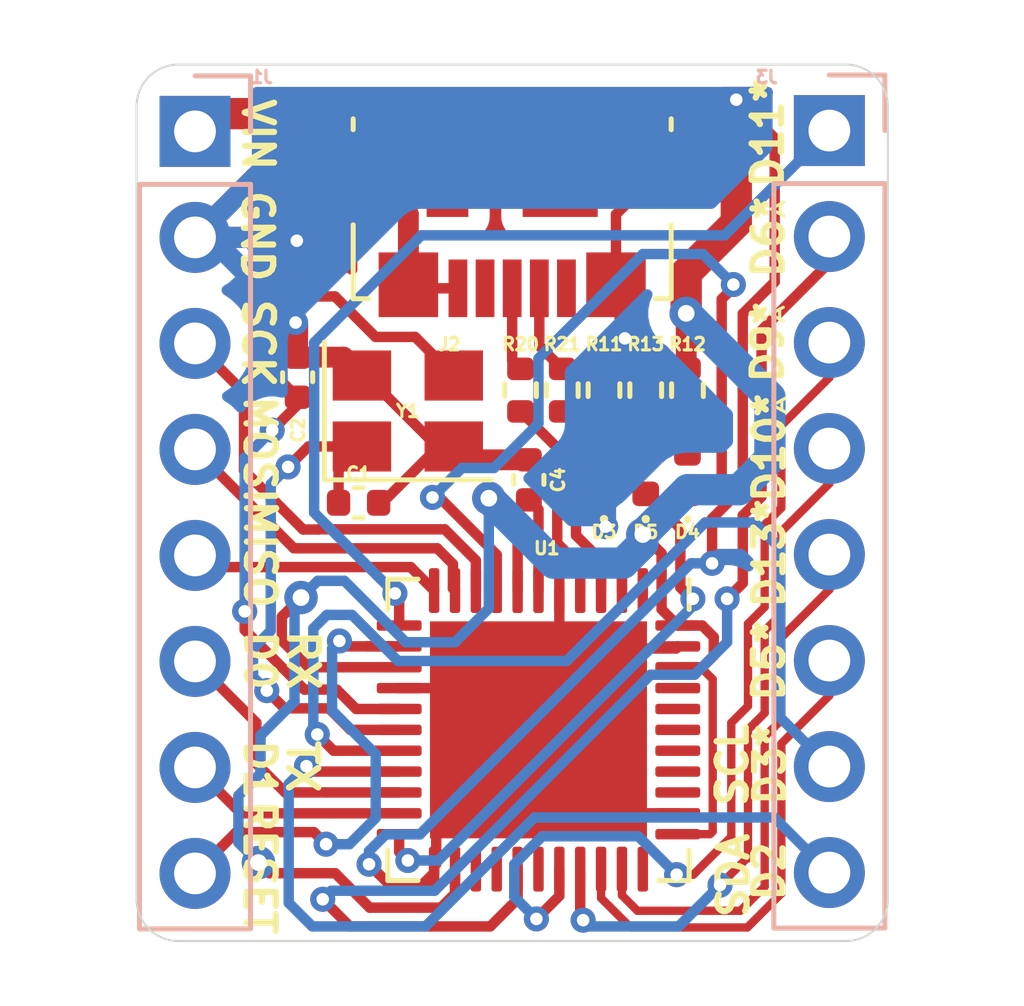
<source format=kicad_pcb>
(kicad_pcb (version 20211014) (generator pcbnew)
  (layers (0 "F.Cu" signal) (31 "B.Cu" signal) (34 "B.Paste" user) (35 "F.Paste" user) (36 "B.SilkS" user "B.Silkscreen") (37 "F.SilkS" user "F.Silkscreen") (38 "B.Mask" user) (39 "F.Mask" user) (44 "Edge.Cuts" user))
  (net 0 "")
  (net 1 "GND")
  (net 2 "Net-(C1-Pad1)")
  (net 3 "Net-(C2-Pad1)")
  (net 4 "+5V")
  (net 5 "Net-(C4-Pad1)")
  (net 6 "B-PWM5")
  (net 7 "B-PWM1")
  (net 8 "B-PWM4")
  (net 9 "B-PWM2")
  (net 10 "B-PWM6")
  (net 11 "B-PWM3")
  (net 12 "Net-(D3-Pad2)")
  (net 13 "Net-(D4-Pad2)")
  (net 14 "RX1LED")
  (net 15 "Net-(D5-Pad2)")
  (net 16 "TX1LED")
  (net 17 "Net-(J2-Pad3)")
  (net 18 "Net-(J2-Pad2)")
  (net 19 "SDA1")
  (net 20 "SCL1")
  (net 21 "MISO")
  (net 22 "MOSI")
  (net 23 "SCK")
  (net 24 "TX1")
  (net 25 "RX1")
  (net 26 "Net-(R20-Pad1)")
  (net 27 "Net-(R21-Pad1)")
  (net 28 "Net-(J1-Pad8)")
  (footprint "Capacitor_SMD:C_0402_1005Metric" (layer "F.Cu") (at 136.82 109.3)
    (fp_text reference "C1" (at 0 -0.7) (layer "F.SilkS") (effects (font (size 0.3 0.3) (thickness 0.075))))
    (fp_text value "22pf")
    (pad "1" smd roundrect locked (at -0.48 0) (size 0.56 0.62) (layers "F.Cu" "F.Paste" "F.Mask") (net 2 "Net-(C1-Pad1)"))
    (pad "2" smd roundrect locked (at 0.48 0) (size 0.56 0.62) (layers "F.Cu" "F.Paste" "F.Mask") (net 1 "GND"))
  )
  (footprint "Capacitor_SMD:C_0402_1005Metric" (layer "F.Cu") (at 135.36 106.29 90)
    (fp_text reference "C2" (at -1.27 0.01 90) (layer "F.SilkS") (effects (font (size 0.3 0.3) (thickness 0.075))))
    (fp_text value "22pf")
    (pad "1" smd roundrect locked (at -0.48 0 90) (size 0.56 0.62) (layers "F.Cu" "F.Paste" "F.Mask") (net 3 "Net-(C2-Pad1)"))
    (pad "2" smd roundrect locked (at 0.48 0 90) (size 0.56 0.62) (layers "F.Cu" "F.Paste" "F.Mask") (net 1 "GND"))
  )
  (footprint "Capacitor_SMD:C_0402_1005Metric" (layer "F.Cu") (at 140.9 108.75 90)
    (fp_text reference "C4" (at 0 0.7 90) (layer "F.SilkS") (effects (font (size 0.3 0.3) (thickness 0.075))))
    (fp_text value "1uf")
    (pad "1" smd roundrect locked (at -0.48 0 90) (size 0.56 0.62) (layers "F.Cu" "F.Paste" "F.Mask") (net 5 "Net-(C4-Pad1)"))
    (pad "2" smd roundrect locked (at 0.48 0 90) (size 0.56 0.62) (layers "F.Cu" "F.Paste" "F.Mask") (net 1 "GND"))
  )
  (footprint "LED_SMD:LED_0402_1005Metric" (layer "F.Cu") (at 142.7 108.6 90)
    (fp_text reference "D3" (at -1.4 0 180) (layer "F.SilkS") (effects (font (size 0.3 0.3) (thickness 0.075))))
    (fp_text value "LED")
    (pad "1" smd roundrect locked (at -0.485 0 90) (size 0.59 0.64) (layers "F.Cu" "F.Paste" "F.Mask") (net 1 "GND"))
    (pad "2" smd roundrect locked (at 0.485 0 90) (size 0.59 0.64) (layers "F.Cu" "F.Paste" "F.Mask") (net 12 "Net-(D3-Pad2)"))
  )
  (footprint "LED_SMD:LED_0402_1005Metric" (layer "F.Cu") (at 144.7 108.6 90)
    (fp_text reference "D4" (at -1.4 0 180) (layer "F.SilkS") (effects (font (size 0.3 0.3) (thickness 0.075))))
    (fp_text value "LED")
    (pad "1" smd roundrect locked (at -0.485 0 90) (size 0.59 0.64) (layers "F.Cu" "F.Paste" "F.Mask") (net 14 "RX1LED"))
    (pad "2" smd roundrect locked (at 0.485 0 90) (size 0.59 0.64) (layers "F.Cu" "F.Paste" "F.Mask") (net 13 "Net-(D4-Pad2)"))
  )
  (footprint "LED_SMD:LED_0402_1005Metric" (layer "F.Cu") (at 143.7 108.6 90)
    (fp_text reference "D5" (at -1.4 0 180) (layer "F.SilkS") (effects (font (size 0.3 0.3) (thickness 0.075))))
    (fp_text value "LED")
    (pad "1" smd roundrect locked (at -0.485 0 90) (size 0.59 0.64) (layers "F.Cu" "F.Paste" "F.Mask") (net 16 "TX1LED"))
    (pad "2" smd roundrect locked (at 0.485 0 90) (size 0.59 0.64) (layers "F.Cu" "F.Paste" "F.Mask") (net 15 "Net-(D5-Pad2)"))
  )
  (footprint "Resistor_SMD:R_0402_1005Metric" (layer "F.Cu") (at 142.7 106.6 90)
    (fp_text reference "R11" (at 1.1 0 180) (layer "F.SilkS") (effects (font (size 0.3 0.3) (thickness 0.075))))
    (fp_text value "1k")
    (pad "1" smd roundrect locked (at -0.51 0 90) (size 0.54 0.64) (layers "F.Cu" "F.Paste" "F.Mask") (net 12 "Net-(D3-Pad2)"))
    (pad "2" smd roundrect locked (at 0.51 0 90) (size 0.54 0.64) (layers "F.Cu" "F.Paste" "F.Mask") (net 4 "+5V"))
  )
  (footprint "Resistor_SMD:R_0402_1005Metric" (layer "F.Cu") (at 144.7 106.6 90)
    (fp_text reference "R12" (at 1.1 0 180) (layer "F.SilkS") (effects (font (size 0.3 0.3) (thickness 0.075))))
    (fp_text value "1k")
    (pad "1" smd roundrect locked (at -0.51 0 90) (size 0.54 0.64) (layers "F.Cu" "F.Paste" "F.Mask") (net 13 "Net-(D4-Pad2)"))
    (pad "2" smd roundrect locked (at 0.51 0 90) (size 0.54 0.64) (layers "F.Cu" "F.Paste" "F.Mask") (net 4 "+5V"))
  )
  (footprint "Resistor_SMD:R_0402_1005Metric" (layer "F.Cu") (at 143.7 106.6 90)
    (fp_text reference "R13" (at 1.1 0) (layer "F.SilkS") (effects (font (size 0.3 0.3) (thickness 0.075))))
    (fp_text value "1k")
    (pad "1" smd roundrect locked (at -0.51 0 90) (size 0.54 0.64) (layers "F.Cu" "F.Paste" "F.Mask") (net 15 "Net-(D5-Pad2)"))
    (pad "2" smd roundrect locked (at 0.51 0 90) (size 0.54 0.64) (layers "F.Cu" "F.Paste" "F.Mask") (net 4 "+5V"))
  )
  (footprint "Resistor_SMD:R_0402_1005Metric" (layer "F.Cu") (at 140.7 106.6 90)
    (fp_text reference "R20" (at 1.1 0 180) (layer "F.SilkS") (effects (font (size 0.3 0.3) (thickness 0.075))))
    (fp_text value "22")
    (pad "1" smd roundrect locked (at -0.51 0 90) (size 0.54 0.64) (layers "F.Cu" "F.Paste" "F.Mask") (net 26 "Net-(R20-Pad1)"))
    (pad "2" smd roundrect locked (at 0.51 0 90) (size 0.54 0.64) (layers "F.Cu" "F.Paste" "F.Mask") (net 17 "Net-(J2-Pad3)"))
  )
  (footprint "Resistor_SMD:R_0402_1005Metric" (layer "F.Cu") (at 141.7 106.6 90)
    (fp_text reference "R21" (at 1.1 0 180) (layer "F.SilkS") (effects (font (size 0.3 0.3) (thickness 0.075))))
    (fp_text value "22")
    (pad "1" smd roundrect locked (at -0.51 0 90) (size 0.54 0.64) (layers "F.Cu" "F.Paste" "F.Mask") (net 27 "Net-(R21-Pad1)"))
    (pad "2" smd roundrect locked (at 0.51 0 90) (size 0.54 0.64) (layers "F.Cu" "F.Paste" "F.Mask") (net 18 "Net-(J2-Pad2)"))
  )
  (footprint "Crystal:Crystal_SMD_3225-4Pin_3.2x2.5mm" (layer "F.Cu") (at 138 107.1)
    (fp_text reference "Y1" (at 0 0) (layer "F.SilkS") (effects (font (size 0.3 0.3) (thickness 0.075))))
    (fp_text value "16MHz")
    (pad "1" smd rect locked (at -1.1 0.85) (size 1.4 1.2) (layers "F.Cu" "F.Paste" "F.Mask") (net 2 "Net-(C1-Pad1)"))
    (pad "2" smd rect locked (at 1.1 0.85) (size 1.4 1.2) (layers "F.Cu" "F.Paste" "F.Mask") (net 1 "GND"))
    (pad "3" smd rect locked (at 1.1 -0.85) (size 1.4 1.2) (layers "F.Cu" "F.Paste" "F.Mask") (net 3 "Net-(C2-Pad1)"))
    (pad "4" smd rect locked (at -1.1 -0.85) (size 1.4 1.2) (layers "F.Cu" "F.Paste" "F.Mask") (net 1 "GND"))
  )
  (footprint "Connector_USB:USB_Micro-B_Molex_47346-0001" (layer "F.Cu") (at 140.5 102.7 180)
    (fp_text reference "J2" (at 1.5 -2.8 180) (layer "F.SilkS") (effects (font (size 0.3 0.3) (thickness 0.075))))
    (fp_text value "USB_B_Micro")
    (pad "1" smd rect locked (at -1.3 -1.46 180) (size 0.45 1.38) (layers "F.Cu" "F.Paste" "F.Mask"))
    (pad "2" smd rect locked (at -0.65 -1.46 180) (size 0.45 1.38) (layers "F.Cu" "F.Paste" "F.Mask") (net 18 "Net-(J2-Pad2)"))
    (pad "3" smd rect locked (at 0 -1.46 180) (size 0.45 1.38) (layers "F.Cu" "F.Paste" "F.Mask") (net 17 "Net-(J2-Pad3)"))
    (pad "4" smd rect locked (at 0.65 -1.46 180) (size 0.45 1.38) (layers "F.Cu" "F.Paste" "F.Mask"))
    (pad "5" smd rect locked (at 1.3 -1.46 180) (size 0.45 1.38) (layers "F.Cu" "F.Paste" "F.Mask") (net 1 "GND"))
    (pad "6" smd rect locked (at -2.4875 -1.375 180) (size 1.425 1.55) (layers "F.Cu" "F.Paste" "F.Mask") (net 1 "GND"))
    (pad "6" smd rect locked (at -1.15 1.2 180) (size 1.8 1.9) (layers "F.Cu" "F.Paste" "F.Mask") (net 1 "GND"))
    (pad "6" smd rect locked (at -3.375 1.2 180) (size 1.65 1.3) (layers "F.Cu" "F.Paste" "F.Mask") (net 1 "GND"))
    (pad "6" smd rect locked (at 2.4875 -1.375 180) (size 1.425 1.55) (layers "F.Cu" "F.Paste" "F.Mask") (net 1 "GND"))
    (pad "6" smd rect locked (at 1.55 1.2 180) (size 1 1.9) (layers "F.Cu" "F.Paste" "F.Mask") (net 1 "GND"))
    (pad "6" smd rect locked (at 3.375 1.2 180) (size 1.65 1.3) (layers "F.Cu" "F.Paste" "F.Mask") (net 1 "GND"))
  )
  (footprint "Package_DFN_QFN:QFN-44-1EP_7x7mm_P0.5mm_EP5.2x5.2mm" (layer "F.Cu") (at 141.13 114.74 -90)
    (fp_text reference "U1" (at -4.35 -0.2 180) (layer "F.SilkS") (effects (font (size 0.3 0.3) (thickness 0.075))))
    (fp_text value "ATmega32U4-MU")
    (pad "1" smd roundrect locked (at -3.3375 -2.5 270) (size 1.075 0.25) (layers "F.Cu" "F.Paste" "F.Mask"))
    (pad "2" smd roundrect locked (at -3.3375 -2 270) (size 1.075 0.25) (layers "F.Cu" "F.Paste" "F.Mask") (net 4 "+5V"))
    (pad "3" smd roundrect locked (at -3.3375 -1.5 270) (size 1.075 0.25) (layers "F.Cu" "F.Paste" "F.Mask") (net 27 "Net-(R21-Pad1)"))
    (pad "4" smd roundrect locked (at -3.3375 -1 270) (size 1.075 0.25) (layers "F.Cu" "F.Paste" "F.Mask") (net 26 "Net-(R20-Pad1)"))
    (pad "5" smd roundrect locked (at -3.3375 -0.5 270) (size 1.075 0.25) (layers "F.Cu" "F.Paste" "F.Mask") (net 1 "GND"))
    (pad "6" smd roundrect locked (at -3.3375 0 270) (size 1.075 0.25) (layers "F.Cu" "F.Paste" "F.Mask") (net 5 "Net-(C4-Pad1)"))
    (pad "7" smd roundrect locked (at -3.3375 0.5 270) (size 1.075 0.25) (layers "F.Cu" "F.Paste" "F.Mask") (net 4 "+5V"))
    (pad "8" smd roundrect locked (at -3.3375 1 270) (size 1.075 0.25) (layers "F.Cu" "F.Paste" "F.Mask") (net 14 "RX1LED"))
    (pad "9" smd roundrect locked (at -3.3375 1.5 270) (size 1.075 0.25) (layers "F.Cu" "F.Paste" "F.Mask") (net 23 "SCK"))
    (pad "10" smd roundrect locked (at -3.3375 2 270) (size 1.075 0.25) (layers "F.Cu" "F.Paste" "F.Mask") (net 22 "MOSI"))
    (pad "11" smd roundrect locked (at -3.3375 2.5 270) (size 1.075 0.25) (layers "F.Cu" "F.Paste" "F.Mask") (net 21 "MISO"))
    (pad "12" smd roundrect locked (at -2.5 3.3375 270) (size 0.25 1.075) (layers "F.Cu" "F.Paste" "F.Mask") (net 6 "B-PWM5"))
    (pad "13" smd roundrect locked (at -2 3.3375 270) (size 0.25 1.075) (layers "F.Cu" "F.Paste" "F.Mask") (net 28 "Net-(J1-Pad8)"))
    (pad "14" smd roundrect locked (at -1.5 3.3375 270) (size 0.25 1.075) (layers "F.Cu" "F.Paste" "F.Mask") (net 4 "+5V"))
    (pad "15" smd roundrect locked (at -1 3.3375 270) (size 0.25 1.075) (layers "F.Cu" "F.Paste" "F.Mask") (net 1 "GND"))
    (pad "16" smd roundrect locked (at -0.5 3.3375 270) (size 0.25 1.075) (layers "F.Cu" "F.Paste" "F.Mask") (net 3 "Net-(C2-Pad1)"))
    (pad "17" smd roundrect locked (at 0 3.3375 270) (size 0.25 1.075) (layers "F.Cu" "F.Paste" "F.Mask") (net 2 "Net-(C1-Pad1)"))
    (pad "18" smd roundrect locked (at 0.5 3.3375 270) (size 0.25 1.075) (layers "F.Cu" "F.Paste" "F.Mask") (net 20 "SCL1"))
    (pad "19" smd roundrect locked (at 1 3.3375 270) (size 0.25 1.075) (layers "F.Cu" "F.Paste" "F.Mask") (net 19 "SDA1"))
    (pad "20" smd roundrect locked (at 1.5 3.3375 270) (size 0.25 1.075) (layers "F.Cu" "F.Paste" "F.Mask") (net 25 "RX1"))
    (pad "21" smd roundrect locked (at 2 3.3375 270) (size 0.25 1.075) (layers "F.Cu" "F.Paste" "F.Mask") (net 24 "TX1"))
    (pad "22" smd roundrect locked (at 2.5 3.3375 270) (size 0.25 1.075) (layers "F.Cu" "F.Paste" "F.Mask") (net 16 "TX1LED"))
    (pad "23" smd roundrect locked (at 3.3375 2.5 270) (size 1.075 0.25) (layers "F.Cu" "F.Paste" "F.Mask") (net 1 "GND"))
    (pad "24" smd roundrect locked (at 3.3375 2 270) (size 1.075 0.25) (layers "F.Cu" "F.Paste" "F.Mask") (net 4 "+5V"))
    (pad "25" smd roundrect locked (at 3.3375 1.5 270) (size 1.075 0.25) (layers "F.Cu" "F.Paste" "F.Mask"))
    (pad "26" smd roundrect locked (at 3.3375 1 270) (size 1.075 0.25) (layers "F.Cu" "F.Paste" "F.Mask"))
    (pad "27" smd roundrect locked (at 3.3375 0.5 270) (size 1.075 0.25) (layers "F.Cu" "F.Paste" "F.Mask") (net 9 "B-PWM2"))
    (pad "28" smd roundrect locked (at 3.3375 0 270) (size 1.075 0.25) (layers "F.Cu" "F.Paste" "F.Mask"))
    (pad "29" smd roundrect locked (at 3.3375 -0.5 270) (size 1.075 0.25) (layers "F.Cu" "F.Paste" "F.Mask") (net 11 "B-PWM3"))
    (pad "30" smd roundrect locked (at 3.3375 -1 270) (size 1.075 0.25) (layers "F.Cu" "F.Paste" "F.Mask") (net 8 "B-PWM4"))
    (pad "31" smd roundrect locked (at 3.3375 -1.5 270) (size 1.075 0.25) (layers "F.Cu" "F.Paste" "F.Mask") (net 7 "B-PWM1"))
    (pad "32" smd roundrect locked (at 3.3375 -2 270) (size 1.075 0.25) (layers "F.Cu" "F.Paste" "F.Mask") (net 10 "B-PWM6"))
    (pad "33" smd roundrect locked (at 3.3375 -2.5 270) (size 1.075 0.25) (layers "F.Cu" "F.Paste" "F.Mask"))
    (pad "34" smd roundrect locked (at 2.5 -3.3375 270) (size 0.25 1.075) (layers "F.Cu" "F.Paste" "F.Mask") (net 4 "+5V"))
    (pad "35" smd roundrect locked (at 2 -3.3375 270) (size 0.25 1.075) (layers "F.Cu" "F.Paste" "F.Mask") (net 1 "GND"))
    (pad "36" smd roundrect locked (at 1.5 -3.3375 270) (size 0.25 1.075) (layers "F.Cu" "F.Paste" "F.Mask"))
    (pad "37" smd roundrect locked (at 1 -3.3375 270) (size 0.25 1.075) (layers "F.Cu" "F.Paste" "F.Mask"))
    (pad "38" smd roundrect locked (at 0.5 -3.3375 270) (size 0.25 1.075) (layers "F.Cu" "F.Paste" "F.Mask"))
    (pad "39" smd roundrect locked (at 0 -3.3375 270) (size 0.25 1.075) (layers "F.Cu" "F.Paste" "F.Mask"))
    (pad "40" smd roundrect locked (at -0.5 -3.3375 270) (size 0.25 1.075) (layers "F.Cu" "F.Paste" "F.Mask"))
    (pad "41" smd roundrect locked (at -1 -3.3375 270) (size 0.25 1.075) (layers "F.Cu" "F.Paste" "F.Mask"))
    (pad "42" smd roundrect locked (at -1.5 -3.3375 270) (size 0.25 1.075) (layers "F.Cu" "F.Paste" "F.Mask") (net 4 "+5V"))
    (pad "43" smd roundrect locked (at -2 -3.3375 270) (size 0.25 1.075) (layers "F.Cu" "F.Paste" "F.Mask") (net 1 "GND"))
    (pad "44" smd roundrect locked (at -2.5 -3.3375 270) (size 0.25 1.075) (layers "F.Cu" "F.Paste" "F.Mask") (net 4 "+5V"))
    (pad "45" smd rect locked (at 0 0 270) (size 5.2 5.2) (layers "F.Cu" "F.Mask") (net 1 "GND"))
  )
  (footprint "Connector_PinHeader_2.54mm:PinHeader_1x08_P2.54mm_Vertical" (layer "B.Cu") (at 132.9 100.4 180)
    (fp_text reference "J1" (at -1.6 1.3) (layer "B.SilkS") (effects (font (size 0.3 0.3) (thickness 0.075)) (justify mirror)))
    (fp_text value "Conn_01x08")
    (pad "1" thru_hole rect locked (at 0 0 180) (size 1.7 1.7) (drill 1) (layers *.Cu *.Mask) (net 4 "+5V"))
    (pad "2" thru_hole oval locked (at 0 -2.54 180) (size 1.7 1.7) (drill 1) (layers *.Cu *.Mask) (net 1 "GND"))
    (pad "3" thru_hole oval locked (at 0 -5.08 180) (size 1.7 1.7) (drill 1) (layers *.Cu *.Mask) (net 23 "SCK"))
    (pad "4" thru_hole oval locked (at 0 -7.62 180) (size 1.7 1.7) (drill 1) (layers *.Cu *.Mask) (net 22 "MOSI"))
    (pad "5" thru_hole oval locked (at 0 -10.16 180) (size 1.7 1.7) (drill 1) (layers *.Cu *.Mask) (net 21 "MISO"))
    (pad "6" thru_hole oval locked (at 0 -12.7 180) (size 1.7 1.7) (drill 1) (layers *.Cu *.Mask) (net 25 "RX1"))
    (pad "7" thru_hole oval locked (at 0 -15.24 180) (size 1.7 1.7) (drill 1) (layers *.Cu *.Mask) (net 24 "TX1"))
    (pad "8" thru_hole oval locked (at 0 -17.78 180) (size 1.7 1.7) (drill 1) (layers *.Cu *.Mask) (net 28 "Net-(J1-Pad8)"))
  )
  (footprint "Connector_PinHeader_2.54mm:PinHeader_1x08_P2.54mm_Vertical" (layer "B.Cu") (at 148.1 100.38 180)
    (fp_text reference "J3" (at 1.5 1.28) (layer "B.SilkS") (effects (font (size 0.3 0.3) (thickness 0.075)) (justify mirror)))
    (fp_text value "Conn_01x08")
    (pad "1" thru_hole rect locked (at 0 0 180) (size 1.7 1.7) (drill 1) (layers *.Cu *.Mask) (net 6 "B-PWM5"))
    (pad "2" thru_hole oval locked (at 0 -2.54 180) (size 1.7 1.7) (drill 1) (layers *.Cu *.Mask) (net 9 "B-PWM2"))
    (pad "3" thru_hole oval locked (at 0 -5.08 180) (size 1.7 1.7) (drill 1) (layers *.Cu *.Mask) (net 11 "B-PWM3"))
    (pad "4" thru_hole oval locked (at 0 -7.62 180) (size 1.7 1.7) (drill 1) (layers *.Cu *.Mask) (net 8 "B-PWM4"))
    (pad "5" thru_hole oval locked (at 0 -10.16 180) (size 1.7 1.7) (drill 1) (layers *.Cu *.Mask) (net 10 "B-PWM6"))
    (pad "6" thru_hole oval locked (at 0 -12.7 180) (size 1.7 1.7) (drill 1) (layers *.Cu *.Mask) (net 7 "B-PWM1"))
    (pad "7" thru_hole oval locked (at 0 -15.24 180) (size 1.7 1.7) (drill 1) (layers *.Cu *.Mask) (net 20 "SCL1"))
    (pad "8" thru_hole oval locked (at 0 -17.78 180) (size 1.7 1.7) (drill 1) (layers *.Cu *.Mask) (net 19 "SDA1"))
  )
  (gr_line (start 148.5 98.8) (end 132.5 98.8) (layer "Edge.Cuts") (width 0.05))
  (gr_line (start 131.5 99.8) (end 131.5 118.8) (layer "Edge.Cuts") (width 0.05))
  (gr_arc (start 132.5 119.8) (mid 131.792893 119.507107) (end 131.5 118.8) (layer "Edge.Cuts") (width 0.05))
  (gr_arc (start 149.5 118.8) (mid 149.207107 119.507107) (end 148.5 119.8) (layer "Edge.Cuts") (width 0.05))
  (gr_line (start 132.5 119.8) (end 148.5 119.8) (layer "Edge.Cuts") (width 0.05))
  (gr_line (start 149.5 118.8) (end 149.5 99.8) (layer "Edge.Cuts") (width 0.05))
  (gr_arc (start 148.5 98.8) (mid 149.207107 99.092893) (end 149.5 99.8) (layer "Edge.Cuts") (width 0.05))
  (gr_arc (start 131.5 99.8) (mid 131.792893 99.092893) (end 132.5 98.8) (layer "Edge.Cuts") (width 0.05))
  (gr_text "D1" (at 134.45 115.69 -90) (layer "F.SilkS") (effects (font (size 0.7 0.7))))
  (gr_text "D13*" (at 146.66 110.51 90) (layer "F.SilkS") (effects (font (size 0.7 0.7))))
  (gr_text "D10*" (at 146.66 107.98 90) (layer "F.SilkS") (effects (font (size 0.7 0.7))))
  (gr_text "D11*" (at 146.62 100.44 90) (layer "F.SilkS") (effects (font (size 0.7 0.7))))
  (gr_text "A" (at 146.87 102.26 90) (layer "F.SilkS") (effects (font (size 0.3 0.5) (thickness 0.075))))
  (gr_text "GND" (at 134.39 102.91 -90) (layer "F.SilkS") (effects (font (size 0.7 0.7))))
  (gr_text "SCK" (at 134.41 105.48 -90) (layer "F.SilkS") (effects (font (size 0.7 0.7))))
  (gr_text "D3*" (at 146.68 115.57 90) (layer "F.SilkS") (effects (font (size 0.7 0.7))))
  (gr_text "MOSI" (at 134.45 108.03 -90) (layer "F.SilkS") (effects (font (size 0.7 0.7))))
  (gr_text "A" (at 146.86 104.78 90) (layer "F.SilkS") (effects (font (size 0.3 0.5) (thickness 0.075))))
  (gr_text "A" (at 146.91 106.96 90) (layer "F.SilkS") (effects (font (size 0.3 0.5) (thickness 0.075))))
  (gr_text "SCL" (at 145.78 115.58 90) (layer "F.SilkS") (effects (font (size 0.7 0.7))))
  (gr_text "RX" (at 135.49 113.07 -90) (layer "F.SilkS") (effects (font (size 0.7 0.7))))
  (gr_text "D9*" (at 146.62 105.45 90) (layer "F.SilkS") (effects (font (size 0.7 0.7))))
  (gr_text "SDA" (at 145.8 118.23 90) (layer "F.SilkS") (effects (font (size 0.7 0.7))))
  (gr_text "MISO" (at 134.46 110.53 -90) (layer "F.SilkS") (effects (font (size 0.7 0.7))))
  (gr_text "D0" (at 134.46 113.08 -90) (layer "F.SilkS") (effects (font (size 0.7 0.7))))
  (gr_text "D2" (at 146.66 118.13 90) (layer "F.SilkS") (effects (font (size 0.7 0.7))))
  (gr_text "RESET" (at 134.45 118.04 -90) (layer "F.SilkS") (effects (font (size 0.7 0.7))))
  (gr_text "D5*" (at 146.65 113.08 90) (layer "F.SilkS") (effects (font (size 0.7 0.7))))
  (gr_text "D6*" (at 146.64 102.93 90) (layer "F.SilkS") (effects (font (size 0.7 0.7))))
  (gr_text "VIN" (at 134.41 100.48 -90) (layer "F.SilkS") (effects (font (size 0.7 0.7))))
  (gr_text "TX" (at 135.47 115.62 -90) (layer "F.SilkS") (effects (font (size 0.7 0.7))))
  (segment (start 146.79 104.005002) (end 146.79 100.56) (width 0.25) (layer "F.Cu") (net 1))
  (segment (start 142.9875 102.3875) (end 143.875 101.5) (width 0.25) (layer "F.Cu") (net 1))
  (segment (start 135.3 105.75) (end 135.36 105.81) (width 0.25) (layer "F.Cu") (net 1))
  (segment (start 144.4675 116.74) (end 143.13 116.74) (width 0.25) (layer "F.Cu") (net 1))
  (segment (start 137.386998 109.3) (end 138.736998 107.95) (width 0.25) (layer "F.Cu") (net 1))
  (segment (start 142.74 109.87) (end 142.74 109.125) (width 0.25) (layer "F.Cu") (net 1))
  (segment (start 138.0125 102.3875) (end 137.125 101.5) (width 0.5) (layer "F.Cu") (net 1))
  (segment (start 136.9 106.25) (end 137 106.25) (width 0.25) (layer "F.Cu") (net 1))
  (segment (start 138.95 101.5) (end 137.125 101.5) (width 0.5) (layer "F.Cu") (net 1))
  (segment (start 138.7 107.95) (end 139.1 107.95) (width 0.25) (layer "F.Cu") (net 1))
  (segment (start 143.13 116.74) (end 141.13 114.74) (width 0.25) (layer "F.Cu") (net 1))
  (segment (start 138.300001 118.495001) (end 137.605001 118.495001) (width 0.25) (layer "F.Cu") (net 1))
  (segment (start 138.0975 104.16) (end 138.0125 104.075) (width 0.25) (layer "F.Cu") (net 1))
  (segment (start 136.46 105.81) (end 135.36 105.81) (width 0.5) (layer "F.Cu") (net 1))
  (segment (start 134.34 101.5) (end 132.9 102.94) (width 0.5) (layer "F.Cu") (net 1))
  (segment (start 144.4675 112.74) (end 144.4675 112.7525) (width 0.25) (layer "F.Cu") (net 1))
  (segment (start 142.9875 104.075) (end 142.9875 102.3875) (width 0.25) (layer "F.Cu") (net 1))
  (segment (start 141.65 101.5) (end 138.95 101.5) (width 0.5) (layer "F.Cu") (net 1))
  (segment (start 137 106.25) (end 138.7 107.95) (width 0.25) (layer "F.Cu") (net 1))
  (segment (start 143.875 101.5) (end 141.65 101.5) (width 0.5) (layer "F.Cu") (net 1))
  (segment (start 141.63 114.24) (end 141.13 114.74) (width 0.25) (layer "F.Cu") (net 1))
  (segment (start 144.43001 112.78999) (end 143.08001 112.78999) (width 0.25) (layer "F.Cu") (net 1))
  (segment (start 139.42 108.27) (end 139.1 107.95) (width 0.5) (layer "F.Cu") (net 1))
  (segment (start 143.2 104.2875) (end 142.9875 104.075) (width 0.5) (layer "F.Cu") (net 1))
  (segment (start 138.67999 117.19001) (end 141.13 114.74) (width 0.25) (layer "F.Cu") (net 1))
  (segment (start 135.36 105.81) (end 135.36 105.03) (width 0.5) (layer "F.Cu") (net 1))
  (segment (start 136.9 106.25) (end 136.46 105.81) (width 0.5) (layer "F.Cu") (net 1))
  (segment (start 138.67999 117.95001) (end 138.67999 117.19001) (width 0.25) (layer "F.Cu") (net 1))
  (segment (start 146.024979 104.770023) (end 146.79 104.005002) (width 0.25) (layer "F.Cu") (net 1))
  (segment (start 137.605001 118.495001) (end 137.07 117.96) (width 0.25) (layer "F.Cu") (net 1))
  (segment (start 135.36 105.03) (end 135.31 104.98) (width 0.5) (layer "F.Cu") (net 1))
  (segment (start 140.13 113.74) (end 141.13 114.74) (width 0.25) (layer "F.Cu") (net 1))
  (segment (start 141.63 111.4025) (end 141.63 114.24) (width 0.25) (layer "F.Cu") (net 1))
  (segment (start 138.736998 107.95) (end 139.1 107.95) (width 0.25) (layer "F.Cu") (net 1))
  (segment (start 142.74 109.125) (end 142.7 109.085) (width 0.25) (layer "F.Cu") (net 1))
  (segment (start 144.4675 112.7525) (end 144.43001 112.78999) (width 0.25) (layer "F.Cu") (net 1))
  (segment (start 137.7925 113.74) (end 140.13 113.74) (width 0.25) (layer "F.Cu") (net 1))
  (segment (start 142.68 109.105) (end 142.7 109.085) (width 0.25) (layer "F.Cu") (net 1))
  (segment (start 143.2 105.36) (end 143.2 104.2875) (width 0.5) (layer "F.Cu") (net 1))
  (segment (start 140.9 108.27) (end 139.42 108.27) (width 0.5) (layer "F.Cu") (net 1))
  (segment (start 138.63 118.0775) (end 138.63 118.165002) (width 0.25) (layer "F.Cu") (net 1))
  (segment (start 146.024979 108.941431) (end 146.024979 104.770023) (width 0.25) (layer "F.Cu") (net 1))
  (segment (start 137.125 101.5) (end 134.34 101.5) (width 0.5) (layer "F.Cu") (net 1))
  (segment (start 145.29 110.75) (end 145.29 109.67641) (width 0.25) (layer "F.Cu") (net 1))
  (segment (start 137.3 109.3) (end 137.386998 109.3) (width 0.25) (layer "F.Cu") (net 1))
  (segment (start 146.79 100.56) (end 145.87 99.64) (width 0.25) (layer "F.Cu") (net 1))
  (segment (start 143.08001 112.78999) (end 141.13 114.74) (width 0.25) (layer "F.Cu") (net 1))
  (segment (start 138.63 118) (end 138.67999 117.95001) (width 0.25) (layer "F.Cu") (net 1))
  (segment (start 139.2 104.16) (end 138.0975 104.16) (width 0.25) (layer "F.Cu") (net 1))
  (segment (start 138.0125 104.075) (end 138.0125 102.3875) (width 0.5) (layer "F.Cu") (net 1))
  (segment (start 138.63 118.0775) (end 138.63 118) (width 0.25) (layer "F.Cu") (net 1))
  (segment (start 138.63 118.165002) (end 138.300001 118.495001) (width 0.25) (layer "F.Cu") (net 1))
  (segment (start 145.29 109.67641) (end 146.024979 108.941431) (width 0.25) (layer "F.Cu") (net 1))
  (via (at 142.74 109.87) (size 0.6) (drill 0.3) (layers "F.Cu" "B.Cu") (net 1))
  (via (at 137.07 117.96) (size 0.6) (drill 0.3) (layers "F.Cu" "B.Cu") (net 1))
  (via (at 143.2 105.36) (size 0.6) (drill 0.3) (layers "F.Cu" "B.Cu") (net 1))
  (via (at 145.87 99.64) (size 0.6) (drill 0.3) (layers "F.Cu" "B.Cu") (net 1))
  (via (at 135.34 103.02) (size 0.6) (drill 0.3) (layers "F.Cu" "B.Cu") (net 1))
  (via (at 135.31 104.98) (size 0.6) (drill 0.3) (layers "F.Cu" "B.Cu") (net 1))
  (via (at 145.29 110.75) (size 0.6) (drill 0.3) (layers "F.Cu" "B.Cu") (net 1))
  (segment (start 133.27 102.94) (end 135.31 104.98) (width 0.5) (layer "B.Cu") (net 1))
  (segment (start 142.74 105.82) (end 143.2 105.36) (width 0.5) (layer "B.Cu") (net 1))
  (segment (start 137.07 117.96) (end 137.07 117.64641) (width 0.25) (layer "B.Cu") (net 1))
  (segment (start 144.781374 110.75) (end 138.286375 117.244999) (width 0.25) (layer "B.Cu") (net 1))
  (segment (start 138.286375 117.244999) (end 137.471411 117.244999) (width 0.25) (layer "B.Cu") (net 1))
  (segment (start 136.2 99.64) (end 132.9 102.94) (width 0.5) (layer "B.Cu") (net 1))
  (segment (start 132.9 102.94) (end 133.27 102.94) (width 0.5) (layer "B.Cu") (net 1))
  (segment (start 142.74 109.87) (end 142.74 105.82) (width 0.5) (layer "B.Cu") (net 1))
  (segment (start 145.29 110.75) (end 144.781374 110.75) (width 0.25) (layer "B.Cu") (net 1))
  (segment (start 137.471411 117.244999) (end 137.07 117.64641) (width 0.25) (layer "B.Cu") (net 1))
  (segment (start 145.87 99.64) (end 136.2 99.64) (width 0.5) (layer "B.Cu") (net 1))
  (segment (start 136.625002 114.74) (end 137.7925 114.74) (width 0.25) (layer "F.Cu") (net 2))
  (segment (start 136.110001 114.224999) (end 136.625002 114.74) (width 0.25) (layer "F.Cu") (net 2))
  (segment (start 136.9 107.95) (end 135.62 107.95) (width 0.25) (layer "F.Cu") (net 2))
  (segment (start 136.34 109.3) (end 136.34 108.51) (width 0.25) (layer "F.Cu") (net 2))
  (segment (start 136.34 108.51) (end 136.9 107.95) (width 0.25) (layer "F.Cu") (net 2))
  (segment (start 135.044999 114.224999) (end 136.110001 114.224999) (width 0.25) (layer "F.Cu") (net 2))
  (segment (start 135.62 107.95) (end 135.13 108.44) (width 0.25) (layer "F.Cu") (net 2))
  (segment (start 134.62 113.8) (end 135.044999 114.224999) (width 0.25) (layer "F.Cu") (net 2))
  (via (at 135.13 108.44) (size 0.6) (drill 0.3) (layers "F.Cu" "B.Cu") (net 2))
  (via (at 134.62 113.8) (size 0.6) (drill 0.3) (layers "F.Cu" "B.Cu") (net 2))
  (segment (start 134.715001 112.364999) (end 134.715001 108.854999) (width 0.25) (layer "B.Cu") (net 2))
  (segment (start 134.715001 108.854999) (end 135.13 108.44) (width 0.25) (layer "B.Cu") (net 2))
  (segment (start 134.62 113.8) (end 134.29 113.47) (width 0.25) (layer "B.Cu") (net 2))
  (segment (start 134.29 113.47) (end 134.29 112.79) (width 0.25) (layer "B.Cu") (net 2))
  (segment (start 134.29 112.79) (end 134.715001 112.364999) (width 0.25) (layer "B.Cu") (net 2))
  (segment (start 136.296401 113.774989) (end 135.519991 113.774989) (width 0.25) (layer "F.Cu") (net 3))
  (segment (start 135.39 106.8) (end 135.36 106.77) (width 0.25) (layer "F.Cu") (net 3))
  (segment (start 135.519991 113.774989) (end 134.09 112.344998) (width 0.25) (layer "F.Cu") (net 3))
  (segment (start 137.7925 114.24) (end 136.761412 114.24) (width 0.25) (layer "F.Cu") (net 3))
  (segment (start 136.761412 114.24) (end 136.296401 113.774989) (width 0.25) (layer "F.Cu") (net 3))
  (segment (start 137.224999 105.324999) (end 136.254999 104.354999) (width 0.25) (layer "F.Cu") (net 3))
  (segment (start 136.254999 104.354999) (end 135.009999 104.354999) (width 0.25) (layer "F.Cu") (net 3))
  (segment (start 135.352374 106.77) (end 134.33 105.747626) (width 0.25) (layer "F.Cu") (net 3))
  (segment (start 134.33 105.747626) (end 134.33 105.034998) (width 0.25) (layer "F.Cu") (net 3))
  (segment (start 139.1 106.25) (end 138.174999 105.324999) (width 0.25) (layer "F.Cu") (net 3))
  (segment (start 138.174999 105.324999) (end 137.224999 105.324999) (width 0.25) (layer "F.Cu") (net 3))
  (segment (start 135.36 106.95) (end 134.75 107.56) (width 0.25) (layer "F.Cu") (net 3))
  (segment (start 135.36 106.77) (end 135.352374 106.77) (width 0.25) (layer "F.Cu") (net 3))
  (segment (start 134.09 112.344998) (end 134.09 111.9) (width 0.25) (layer "F.Cu") (net 3))
  (segment (start 135.009999 104.354999) (end 134.33 105.034998) (width 0.25) (layer "F.Cu") (net 3))
  (segment (start 135.36 106.77) (end 135.36 106.95) (width 0.25) (layer "F.Cu") (net 3))
  (via (at 134.75 107.56) (size 0.6) (drill 0.3) (layers "F.Cu" "B.Cu") (net 3))
  (via (at 134.09 111.9) (size 0.6) (drill 0.3) (layers "F.Cu" "B.Cu") (net 3))
  (segment (start 134.09 108.22) (end 134.75 107.56) (width 0.25) (layer "B.Cu") (net 3))
  (segment (start 134.09 111.9) (end 134.09 108.22) (width 0.25) (layer "B.Cu") (net 3))
  (segment (start 144.67 104.76) (end 144.67 106.06) (width 0.5) (layer "F.Cu") (net 4))
  (segment (start 139.13 118.663022) (end 139.13 118.0775) (width 0.25) (layer "F.Cu") (net 4))
  (segment (start 145.053022 112.24) (end 144.4675 112.24) (width 0.25) (layer "F.Cu") (net 4))
  (segment (start 134.98 112.598588) (end 134.98 112.03) (width 0.25) (layer "F.Cu") (net 4))
  (segment (start 143.13 110.56) (end 143.63 110.06) (width 0.25) (layer "F.Cu") (net 4))
  (segment (start 145.33001 112.963012) (end 145.33001 112.516988) (width 0.25) (layer "F.Cu") (net 4))
  (segment (start 144.4675 112.24) (end 144.08001 111.85251) (width 0.25) (layer "F.Cu") (net 4))
  (segment (start 144.644999 99.974999) (end 133.325001 99.974999) (width 0.75) (layer "F.Cu") (net 4))
  (segment (start 144.08001 111.85251) (end 144.08001 110.51001) (width 0.25) (layer "F.Cu") (net 4))
  (segment (start 145.87 102.59) (end 145.87 101.2) (width 0.75) (layer "F.Cu") (net 4))
  (segment (start 137.7925 113.24) (end 135.621412 113.24) (width 0.25) (layer "F.Cu") (net 4))
  (segment (start 139.94 109.237626) (end 139.94 109.19) (width 0.25) (layer "F.Cu") (net 4))
  (segment (start 144.67 106.06) (end 144.7 106.09) (width 0.5) (layer "F.Cu") (net 4))
  (segment (start 142.720001 106.110001) (end 142.7 106.09) (width 0.5) (layer "F.Cu") (net 4))
  (segment (start 134.98 112.03) (end 135.44 111.57) (width 0.25) (layer "F.Cu") (net 4))
  (segment (start 144.679999 106.110001) (end 142.720001 106.110001) (width 0.5) (layer "F.Cu") (net 4))
  (segment (start 134.42 117.92) (end 134.674999 118.174999) (width 0.25) (layer "F.Cu") (net 4))
  (segment (start 145.017668 113.24) (end 144.4675 113.24) (width 0.2) (layer "F.Cu") (net 4))
  (segment (start 144.4675 113.24) (end 145.053022 113.24) (width 0.25) (layer "F.Cu") (net 4))
  (segment (start 137.084982 118.99998) (end 138.793042 118.99998) (width 0.25) (layer "F.Cu") (net 4))
  (segment (start 145.33001 112.516988) (end 145.053022 112.24) (width 0.25) (layer "F.Cu") (net 4))
  (segment (start 143.13 111.4025) (end 143.13 110.56) (width 0.25) (layer "F.Cu") (net 4))
  (segment (start 145.87 101.2) (end 144.644999 99.974999) (width 0.75) (layer "F.Cu") (net 4))
  (segment (start 140.63 111.4025) (end 140.63 109.927626) (width 0.25) (layer "F.Cu") (net 4))
  (segment (start 144.67 103.79) (end 145.87 102.59) (width 0.75) (layer "F.Cu") (net 4))
  (segment (start 135.621412 113.24) (end 134.98 112.598588) (width 0.25) (layer "F.Cu") (net 4))
  (segment (start 145.053022 113.24) (end 145.33001 112.963012) (width 0.25) (layer "F.Cu") (net 4))
  (segment (start 145.30501 117.17499) (end 145.30501 113.527342) (width 0.2) (layer "F.Cu") (net 4))
  (segment (start 145.30501 113.527342) (end 145.017668 113.24) (width 0.2) (layer "F.Cu") (net 4))
  (segment (start 144.67 104.76) (end 144.67 104.76) (width 0.5) (layer "F.Cu") (net 4))
  (segment (start 140.63 109.927626) (end 139.94 109.237626) (width 0.25) (layer "F.Cu") (net 4))
  (segment (start 134.674999 118.174999) (end 136.260001 118.174999) (width 0.25) (layer "F.Cu") (net 4))
  (segment (start 144.7 106.09) (end 144.679999 106.110001) (width 0.5) (layer "F.Cu") (net 4))
  (segment (start 138.793042 118.99998) (end 139.13 118.663022) (width 0.25) (layer "F.Cu") (net 4))
  (segment (start 136.260001 118.174999) (end 137.084982 118.99998) (width 0.25) (layer "F.Cu") (net 4))
  (segment (start 145.24 117.24) (end 145.30501 117.17499) (width 0.2) (layer "F.Cu") (net 4))
  (segment (start 144.08001 110.51001) (end 143.63 110.06) (width 0.25) (layer "F.Cu") (net 4))
  (segment (start 133.325001 99.974999) (end 132.9 100.4) (width 0.75) (layer "F.Cu") (net 4))
  (segment (start 144.67 104.76) (end 144.67 103.79) (width 0.75) (layer "F.Cu") (net 4))
  (segment (start 144.4675 117.24) (end 145.24 117.24) (width 0.2) (layer "F.Cu") (net 4))
  (via (at 134.42 117.92) (size 0.8) (drill 0.4) (layers "F.Cu" "B.Cu") (net 4))
  (via (at 135.44 111.57) (size 0.8) (drill 0.4) (layers "F.Cu" "B.Cu") (net 4))
  (via (at 143.63 110.06) (size 0.8) (drill 0.4) (layers "F.Cu" "B.Cu") (net 4))
  (via (at 139.94 109.19) (size 0.8) (drill 0.4) (layers "F.Cu" "B.Cu") (net 4))
  (via (at 144.67 104.76) (size 0.8) (drill 0.4) (layers "F.Cu" "B.Cu") (net 4))
  (segment (start 141.495001 110.745001) (end 143.160001 110.745001) (width 0.75) (layer "B.Cu") (net 4))
  (segment (start 137.951402 112.63999) (end 139.13001 112.63999) (width 0.25) (layer "B.Cu") (net 4))
  (segment (start 133.94 117.44) (end 133.94 116.314998) (width 0.25) (layer "B.Cu") (net 4))
  (segment (start 134.47 114.875002) (end 135.284989 114.060013) (width 0.25) (layer "B.Cu") (net 4))
  (segment (start 134.42 117.92) (end 133.94 117.44) (width 0.25) (layer "B.Cu") (net 4))
  (segment (start 135.839999 111.170001) (end 136.481413 111.170001) (width 0.25) (layer "B.Cu") (net 4))
  (segment (start 143.63 110.06) (end 144.704999 108.985001) (width 0.75) (layer "B.Cu") (net 4))
  (segment (start 143.63 110.275002) (end 143.63 110.06) (width 0.75) (layer "B.Cu") (net 4))
  (segment (start 134.47 115.784998) (end 134.47 114.875002) (width 0.25) (layer "B.Cu") (net 4))
  (segment (start 146.674999 106.764999) (end 144.67 104.76) (width 0.75) (layer "B.Cu") (net 4))
  (segment (start 135.284989 111.725011) (end 135.44 111.57) (width 0.25) (layer "B.Cu") (net 4))
  (segment (start 145.940001 108.985001) (end 146.674999 108.250003) (width 0.75) (layer "B.Cu") (net 4))
  (segment (start 144.704999 108.985001) (end 145.940001 108.985001) (width 0.75) (layer "B.Cu") (net 4))
  (segment (start 133.94 116.314998) (end 134.47 115.784998) (width 0.25) (layer "B.Cu") (net 4))
  (segment (start 136.481413 111.170001) (end 137.951402 112.63999) (width 0.25) (layer "B.Cu") (net 4))
  (segment (start 135.44 111.57) (end 135.839999 111.170001) (width 0.25) (layer "B.Cu") (net 4))
  (segment (start 139.94 111.83) (end 139.94 109.19) (width 0.25) (layer "B.Cu") (net 4))
  (segment (start 143.160001 110.745001) (end 143.63 110.275002) (width 0.75) (layer "B.Cu") (net 4))
  (segment (start 139.13001 112.63999) (end 139.94 111.83) (width 0.25) (layer "B.Cu") (net 4))
  (segment (start 139.94 109.19) (end 141.495001 110.745001) (width 0.75) (layer "B.Cu") (net 4))
  (segment (start 135.284989 114.060013) (end 135.284989 111.725011) (width 0.25) (layer "B.Cu") (net 4))
  (segment (start 146.674999 108.250003) (end 146.674999 106.764999) (width 0.75) (layer "B.Cu") (net 4))
  (segment (start 140.9 109.23) (end 141.13 109.46) (width 0.25) (layer "F.Cu") (net 5))
  (segment (start 141.13 109.46) (end 141.13 111.4025) (width 0.25) (layer "F.Cu") (net 5))
  (segment (start 137.7925 112.24) (end 137.7925 111.5725) (width 0.25) (layer "F.Cu") (net 6))
  (segment (start 137.7925 111.5725) (end 137.69 111.47) (width 0.25) (layer "F.Cu") (net 6))
  (via (at 137.69 111.47) (size 0.6) (drill 0.3) (layers "F.Cu" "B.Cu") (net 6))
  (segment (start 137.69 111.47) (end 135.755001 109.535001) (width 0.25) (layer "B.Cu") (net 6))
  (segment (start 135.755001 109.535001) (end 135.755001 105.460001) (width 0.25) (layer "B.Cu") (net 6))
  (segment (start 138.325002 102.89) (end 145.59 102.89) (width 0.25) (layer "B.Cu") (net 6))
  (segment (start 135.755001 105.460001) (end 138.325002 102.89) (width 0.25) (layer "B.Cu") (net 6))
  (segment (start 145.59 102.89) (end 148.1 100.38) (width 0.25) (layer "B.Cu") (net 6))
  (segment (start 146.13501 119.47499) (end 146.949999 118.660001) (width 0.2) (layer "F.Cu") (net 7))
  (segment (start 146.949999 115.067999) (end 148.1 113.917998) (width 0.2) (layer "F.Cu") (net 7))
  (segment (start 142.63 118.769642) (end 143.335348 119.47499) (width 0.2) (layer "F.Cu") (net 7))
  (segment (start 146.949999 118.660001) (end 146.949999 115.067999) (width 0.2) (layer "F.Cu") (net 7))
  (segment (start 148.1 113.917998) (end 148.1 113.08) (width 0.2) (layer "F.Cu") (net 7))
  (segment (start 143.335348 119.47499) (end 146.13501 119.47499) (width 0.2) (layer "F.Cu") (net 7))
  (segment (start 142.63 118.0775) (end 142.63 118.769642) (width 0.2) (layer "F.Cu") (net 7))
  (segment (start 148.1 108.837998) (end 148.1 108) (width 0.2) (layer "F.Cu") (net 8))
  (segment (start 146.549989 114.336611) (end 146.549989 112.36231) (width 0.2) (layer "F.Cu") (net 8))
  (segment (start 142.13 119.23) (end 142.2 119.3) (width 0.25) (layer "F.Cu") (net 8))
  (segment (start 146.149979 117.820021) (end 146.119979 117.820021) (width 0.2) (layer "F.Cu") (net 8))
  (segment (start 142.13 118.0775) (end 142.13 119.23) (width 0.25) (layer "F.Cu") (net 8))
  (segment (start 146.949999 111.9623) (end 146.949999 109.987999) (width 0.2) (layer "F.Cu") (net 8))
  (segment (start 146.549989 112.36231) (end 146.949999 111.9623) (width 0.2) (layer "F.Cu") (net 8))
  (segment (start 146.149979 117.820021) (end 146.149979 114.736621) (width 0.2) (layer "F.Cu") (net 8))
  (segment (start 146.149979 114.736621) (end 146.549989 114.336611) (width 0.2) (layer "F.Cu") (net 8))
  (segment (start 146.949999 109.987999) (end 148.1 108.837998) (width 0.2) (layer "F.Cu") (net 8))
  (segment (start 146.119979 117.820021) (end 145.48 118.46) (width 0.2) (layer "F.Cu") (net 8))
  (via (at 142.2 119.3) (size 0.6) (drill 0.3) (layers "F.Cu" "B.Cu") (net 8))
  (via (at 145.48 118.46) (size 0.6) (drill 0.3) (layers "F.Cu" "B.Cu") (net 8))
  (segment (start 142.2 119.33) (end 142.31999 119.44999) (width 0.25) (layer "B.Cu") (net 8))
  (segment (start 144.49001 119.44999) (end 145.48 118.46) (width 0.25) (layer "B.Cu") (net 8))
  (segment (start 142.31999 119.44999) (end 144.49001 119.44999) (width 0.25) (layer "B.Cu") (net 8))
  (segment (start 142.2 119.3) (end 142.2 119.33) (width 0.25) (layer "B.Cu") (net 8))
  (segment (start 148.1 103.54) (end 146.474989 105.165011) (width 0.25) (layer "F.Cu") (net 9))
  (segment (start 148.07 102.89) (end 148.1 102.92) (width 0.25) (layer "F.Cu") (net 9))
  (segment (start 135.96 118.8) (end 136.60999 119.44999) (width 0.25) (layer "F.Cu") (net 9))
  (segment (start 139.975008 119.44999) (end 140.63 118.794998) (width 0.25) (layer "F.Cu") (net 9))
  (segment (start 145.65 111.6) (end 145.65 111.47) (width 0.25) (layer "F.Cu") (net 9))
  (segment (start 146.02498 111.22502) (end 145.65 111.6) (width 0.25) (layer "F.Cu") (net 9))
  (segment (start 146.474989 109.153189) (end 146.024981 109.603197) (width 0.25) (layer "F.Cu") (net 9))
  (segment (start 146.474989 105.165011) (end 146.474989 109.153189) (width 0.25) (layer "F.Cu") (net 9))
  (segment (start 136.60999 119.44999) (end 139.975008 119.44999) (width 0.25) (layer "F.Cu") (net 9))
  (segment (start 146.024981 109.603197) (end 146.02498 111.22502) (width 0.25) (layer "F.Cu") (net 9))
  (segment (start 140.63 118.794998) (end 140.63 118.0775) (width 0.25) (layer "F.Cu") (net 9))
  (segment (start 148.1 102.92) (end 148.1 103.54) (width 0.25) (layer "F.Cu") (net 9))
  (via (at 145.65 111.6) (size 0.6) (drill 0.3) (layers "F.Cu" "B.Cu") (net 9))
  (via (at 135.96 118.8) (size 0.6) (drill 0.3) (layers "F.Cu" "B.Cu") (net 9))
  (segment (start 143.07 114.16718) (end 143.81718 113.42) (width 0.25) (layer "B.Cu") (net 9))
  (segment (start 143.07 114.17) (end 143.07 114.16718) (width 0.25) (layer "B.Cu") (net 9))
  (segment (start 144.87 113.42) (end 145.65 112.64) (width 0.25) (layer "B.Cu") (net 9))
  (segment (start 136.164999 118.595001) (end 135.96 118.8) (width 0.25) (layer "B.Cu") (net 9))
  (segment (start 145.65 112.64) (end 145.65 111.6) (width 0.25) (layer "B.Cu") (net 9))
  (segment (start 143.07 114.17) (end 143.06718 114.17) (width 0.25) (layer "B.Cu") (net 9))
  (segment (start 143.81718 113.42) (end 144.87 113.42) (width 0.25) (layer "B.Cu") (net 9))
  (segment (start 138.642179 118.595001) (end 136.164999 118.595001) (width 0.25) (layer "B.Cu") (net 9))
  (segment (start 143.06718 114.17) (end 138.642179 118.595001) (width 0.25) (layer "B.Cu") (net 9))
  (segment (start 143.13 118.703944) (end 143.501036 119.07498) (width 0.2) (layer "F.Cu") (net 10))
  (segment (start 146.949999 114.502301) (end 146.949999 112.527999) (width 0.2) (layer "F.Cu") (net 10))
  (segment (start 143.501036 119.07498) (end 145.969322 119.07498) (width 0.2) (layer "F.Cu") (net 10))
  (segment (start 148.1 111.377998) (end 148.1 110.54) (width 0.2) (layer "F.Cu") (net 10))
  (segment (start 143.13 118.0775) (end 143.13 118.703944) (width 0.2) (layer "F.Cu") (net 10))
  (segment (start 146.949999 112.527999) (end 148.1 111.377998) (width 0.2) (layer "F.Cu") (net 10))
  (segment (start 145.969322 119.07498) (end 146.549989 118.494313) (width 0.2) (layer "F.Cu") (net 10))
  (segment (start 146.549989 118.494313) (end 146.549989 114.90231) (width 0.2) (layer "F.Cu") (net 10))
  (segment (start 146.549989 114.90231) (end 146.949999 114.502301) (width 0.2) (layer "F.Cu") (net 10))
  (segment (start 146.149979 112.196621) (end 146.549989 111.796612) (width 0.2) (layer "F.Cu") (net 11))
  (segment (start 146.949999 109.4223) (end 146.949999 107.447999) (width 0.2) (layer "F.Cu") (net 11))
  (segment (start 145.749969 117.302029) (end 145.749969 114.570932) (width 0.2) (layer "F.Cu") (net 11))
  (segment (start 146.949999 107.447999) (end 148.1 106.297998) (width 0.2) (layer "F.Cu") (net 11))
  (segment (start 141.63 118.0775) (end 141.63 118.72) (width 0.25) (layer "F.Cu") (net 11))
  (segment (start 146.549989 109.82231) (end 146.949999 109.4223) (width 0.2) (layer "F.Cu") (net 11))
  (segment (start 144.44 118.21) (end 144.841998 118.21) (width 0.2) (layer "F.Cu") (net 11))
  (segment (start 141.63 118.72) (end 141.08 119.27) (width 0.25) (layer "F.Cu") (net 11))
  (segment (start 144.841998 118.21) (end 145.749969 117.302029) (width 0.2) (layer "F.Cu") (net 11))
  (segment (start 145.749969 114.570932) (end 146.149979 114.170922) (width 0.2) (layer "F.Cu") (net 11))
  (segment (start 148.1 106.297998) (end 148.1 105.46) (width 0.2) (layer "F.Cu") (net 11))
  (segment (start 146.149979 114.170922) (end 146.149979 112.196621) (width 0.2) (layer "F.Cu") (net 11))
  (segment (start 146.549989 111.796612) (end 146.549989 109.82231) (width 0.2) (layer "F.Cu") (net 11))
  (via (at 141.08 119.27) (size 0.6) (drill 0.3) (layers "F.Cu" "B.Cu") (net 11))
  (via (at 144.44 118.21) (size 0.6) (drill 0.3) (layers "F.Cu" "B.Cu") (net 11))
  (segment (start 141.22 117.29) (end 143.52 117.29) (width 0.25) (layer "B.Cu") (net 11))
  (segment (start 143.52 117.29) (end 144.44 118.21) (width 0.25) (layer "B.Cu") (net 11))
  (segment (start 140.55 117.96) (end 141.22 117.29) (width 0.25) (layer "B.Cu") (net 11))
  (segment (start 141.08 119.27) (end 140.55 118.74) (width 0.25) (layer "B.Cu") (net 11))
  (segment (start 140.55 118.74) (end 140.55 117.96) (width 0.25) (layer "B.Cu") (net 11))
  (segment (start 142.7 108.115) (end 142.7 107.11) (width 0.25) (layer "F.Cu") (net 12))
  (segment (start 144.7 107.11) (end 144.7 108.115) (width 0.25) (layer "F.Cu") (net 13))
  (segment (start 138.59 109.17) (end 138.755842 109.17) (width 0.25) (layer "F.Cu") (net 14))
  (segment (start 145.52 108.81) (end 145.52 104.42) (width 0.25) (layer "F.Cu") (net 14))
  (segment (start 145.245 109.085) (end 145.52 108.81) (width 0.25) (layer "F.Cu") (net 14))
  (segment (start 138.59 109.17) (end 138.59 109.17) (width 0.25) (layer "F.Cu") (net 14))
  (segment (start 138.755842 109.17) (end 140.13 110.544158) (width 0.25) (layer "F.Cu") (net 14))
  (segment (start 140.13 110.544158) (end 140.13 111.4025) (width 0.25) (layer "F.Cu") (net 14))
  (segment (start 145.52 104.42) (end 145.74 104.2) (width 0.25) (layer "F.Cu") (net 14))
  (segment (start 144.7 109.085) (end 145.245 109.085) (width 0.25) (layer "F.Cu") (net 14))
  (via (at 145.8 104.07) (size 0.6) (drill 0.3) (layers "F.Cu" "B.Cu") (net 14))
  (via (at 138.59 109.17) (size 0.6) (drill 0.3) (layers "F.Cu" "B.Cu") (net 14))
  (segment (start 139.295001 108.464999) (end 138.59 109.17) (width 0.25) (layer "B.Cu") (net 14))
  (segment (start 145.8 104.07) (end 145.07001 103.34001) (width 0.25) (layer "B.Cu") (net 14))
  (segment (start 143.62999 103.34001) (end 141.13 105.84) (width 0.25) (layer "B.Cu") (net 14))
  (segment (start 145.07001 103.34001) (end 143.62999 103.34001) (width 0.25) (layer "B.Cu") (net 14))
  (segment (start 140.065001 108.464999) (end 139.295001 108.464999) (width 0.25) (layer "B.Cu") (net 14))
  (segment (start 141.13 107.4) (end 140.065001 108.464999) (width 0.25) (layer "B.Cu") (net 14))
  (segment (start 141.13 105.84) (end 141.13 107.4) (width 0.25) (layer "B.Cu") (net 14))
  (segment (start 143.7 107.11) (end 143.7 108.115) (width 0.25) (layer "F.Cu") (net 15))
  (segment (start 143.7 109.085) (end 144.53002 109.91502) (width 0.25) (layer "F.Cu") (net 16))
  (segment (start 137.7925 117.24) (end 137.7925 117.6625) (width 0.25) (layer "F.Cu") (net 16))
  (segment (start 144.53002 109.91502) (end 144.53002 111.33002) (width 0.25) (layer "F.Cu") (net 16))
  (segment (start 144.53002 111.33002) (end 144.8 111.6) (width 0.25) (layer "F.Cu") (net 16))
  (segment (start 137.7925 117.6625) (end 138 117.87) (width 0.25) (layer "F.Cu") (net 16))
  (via (at 138 117.87) (size 0.6) (drill 0.3) (layers "F.Cu" "B.Cu") (net 16))
  (via (at 144.83 111.6) (size 0.6) (drill 0.3) (layers "F.Cu" "B.Cu") (net 16))
  (segment (start 138.73077 117.87) (end 144.83 111.77077) (width 0.25) (layer "B.Cu") (net 16))
  (segment (start 144.83 111.77077) (end 144.83 111.6) (width 0.25) (layer "B.Cu") (net 16))
  (segment (start 138 117.87) (end 138.73077 117.87) (width 0.25) (layer "B.Cu") (net 16))
  (segment (start 140.5 105.89) (end 140.5 104.16) (width 0.25) (layer "F.Cu") (net 17))
  (segment (start 140.7 106.09) (end 140.5 105.89) (width 0.25) (layer "F.Cu") (net 17))
  (segment (start 141.15 105.54) (end 141.7 106.09) (width 0.25) (layer "F.Cu") (net 18))
  (segment (start 141.15 104.16) (end 141.15 105.54) (width 0.25) (layer "F.Cu") (net 18))
  (segment (start 135.7 115.74) (end 135.57 115.61) (width 0.25) (layer "F.Cu") (net 19))
  (segment (start 137.7925 115.74) (end 135.7 115.74) (width 0.25) (layer "F.Cu") (net 19))
  (via (at 135.57 115.61) (size 0.6) (drill 0.3) (layers "F.Cu" "B.Cu") (net 19))
  (segment (start 146.77999 116.83999) (end 141.0336 116.83999) (width 0.25) (layer "B.Cu") (net 19))
  (segment (start 135.70999 119.44999) (end 135.145001 118.885001) (width 0.25) (layer "B.Cu") (net 19))
  (segment (start 141.0336 116.83999) (end 138.4236 119.44999) (width 0.25) (layer "B.Cu") (net 19))
  (segment (start 135.145001 116.034999) (end 135.26 115.92) (width 0.25) (layer "B.Cu") (net 19))
  (segment (start 135.26 115.92) (end 135.57 115.61) (width 0.25) (layer "B.Cu") (net 19))
  (segment (start 135.145001 118.885001) (end 135.145001 116.034999) (width 0.25) (layer "B.Cu") (net 19))
  (segment (start 138.4236 119.44999) (end 135.70999 119.44999) (width 0.25) (layer "B.Cu") (net 19))
  (segment (start 148.1 118.16) (end 146.77999 116.83999) (width 0.25) (layer "B.Cu") (net 19))
  (segment (start 135.83 114.85) (end 136.22 115.24) (width 0.25) (layer "F.Cu") (net 20))
  (segment (start 136.22 115.24) (end 136.365002 115.24) (width 0.25) (layer "F.Cu") (net 20))
  (segment (start 137.7925 115.24) (end 136.365002 115.24) (width 0.25) (layer "F.Cu") (net 20))
  (via (at 135.83 114.85) (size 0.6) (drill 0.3) (layers "F.Cu" "B.Cu") (net 20))
  (segment (start 146.924999 114.444999) (end 146.924999 110.394999) (width 0.25) (layer "B.Cu") (net 20))
  (segment (start 146.3 109.77) (end 145.124964 109.77) (width 0.25) (layer "B.Cu") (net 20))
  (segment (start 135.734999 112.309999) (end 135.734999 114.754999) (width 0.25) (layer "B.Cu") (net 20))
  (segment (start 137.765002 113.09) (end 136.660001 111.984999) (width 0.25) (layer "B.Cu") (net 20))
  (segment (start 148.1 115.62) (end 146.924999 114.444999) (width 0.25) (layer "B.Cu") (net 20))
  (segment (start 135.734999 114.754999) (end 135.83 114.85) (width 0.25) (layer "B.Cu") (net 20))
  (segment (start 141.804964 113.09) (end 137.765002 113.09) (width 0.25) (layer "B.Cu") (net 20))
  (segment (start 146.924999 110.394999) (end 146.3 109.77) (width 0.25) (layer "B.Cu") (net 20))
  (segment (start 136.059999 111.984999) (end 135.734999 112.309999) (width 0.25) (layer "B.Cu") (net 20))
  (segment (start 145.124964 109.77) (end 141.804964 113.09) (width 0.25) (layer "B.Cu") (net 20))
  (segment (start 136.660001 111.984999) (end 136.059999 111.984999) (width 0.25) (layer "B.Cu") (net 20))
  (segment (start 138.08 110.85) (end 138.07001 110.84001) (width 0.25) (layer "F.Cu") (net 21))
  (segment (start 133.18001 110.84001) (end 132.9 110.56) (width 0.25) (layer "F.Cu") (net 21))
  (segment (start 138.08 110.8525) (end 138.08 110.85) (width 0.25) (layer "F.Cu") (net 21))
  (segment (start 138.63 111.4025) (end 138.08 110.8525) (width 0.25) (layer "F.Cu") (net 21))
  (segment (start 138.07001 110.84001) (end 133.18001 110.84001) (width 0.25) (layer "F.Cu") (net 21))
  (segment (start 138.703022 110.39) (end 139.08001 110.766988) (width 0.25) (layer "F.Cu") (net 22))
  (segment (start 139.08001 111.35251) (end 139.13 111.4025) (width 0.25) (layer "F.Cu") (net 22))
  (segment (start 139.08001 110.766988) (end 139.08001 111.35251) (width 0.25) (layer "F.Cu") (net 22))
  (segment (start 135.27 110.39) (end 138.703022 110.39) (width 0.25) (layer "F.Cu") (net 22))
  (segment (start 132.9 108.02) (end 135.27 110.39) (width 0.25) (layer "F.Cu") (net 22))
  (segment (start 134.075001 106.655001) (end 132.9 105.48) (width 0.25) (layer "F.Cu") (net 23))
  (segment (start 134.075001 108.525001) (end 134.075001 106.655001) (width 0.25) (layer "F.Cu") (net 23))
  (segment (start 135.86001 109.93999) (end 135.48999 109.93999) (width 0.25) (layer "F.Cu") (net 23))
  (segment (start 138.884442 109.93501) (end 135.86499 109.93501) (width 0.25) (layer "F.Cu") (net 23))
  (segment (start 139.63 110.680568) (end 138.884442 109.93501) (width 0.25) (layer "F.Cu") (net 23))
  (segment (start 139.63 111.4025) (end 139.63 110.680568) (width 0.25) (layer "F.Cu") (net 23))
  (segment (start 135.48999 109.93999) (end 134.075001 108.525001) (width 0.25) (layer "F.Cu") (net 23))
  (segment (start 135.86499 109.93501) (end 135.86001 109.93999) (width 0.25) (layer "F.Cu") (net 23))
  (segment (start 132.9 115.64) (end 134 116.74) (width 0.25) (layer "F.Cu") (net 24))
  (segment (start 134 116.74) (end 137.7925 116.74) (width 0.25) (layer "F.Cu") (net 24))
  (segment (start 134.37 114.57) (end 134.37 115.55) (width 0.25) (layer "F.Cu") (net 25))
  (segment (start 134.37 115.55) (end 135.06 116.24) (width 0.25) (layer "F.Cu") (net 25))
  (segment (start 132.9 113.1) (end 134.37 114.57) (width 0.25) (layer "F.Cu") (net 25))
  (segment (start 135.06 116.24) (end 136.04 116.24) (width 0.25) (layer "F.Cu") (net 25))
  (segment (start 136.04 116.24) (end 137.7925 116.24) (width 0.25) (layer "F.Cu") (net 25))
  (segment (start 142.13 110.816978) (end 142.13 111.4025) (width 0.25) (layer "F.Cu") (net 26))
  (segment (start 141.58001 107.982384) (end 141.58001 110.266988) (width 0.25) (layer "F.Cu") (net 26))
  (segment (start 140.7 107.11) (end 140.707626 107.11) (width 0.25) (layer "F.Cu") (net 26))
  (segment (start 141.58001 110.266988) (end 142.13 110.816978) (width 0.25) (layer "F.Cu") (net 26))
  (segment (start 140.707626 107.11) (end 141.58001 107.982384) (width 0.25) (layer "F.Cu") (net 26))
  (segment (start 142.63 111.4025) (end 142.63 110.680568) (width 0.25) (layer "F.Cu") (net 27))
  (segment (start 142.03002 110.080588) (end 142.03002 107.44002) (width 0.25) (layer "F.Cu") (net 27))
  (segment (start 142.03002 107.44002) (end 141.7 107.11) (width 0.25) (layer "F.Cu") (net 27))
  (segment (start 142.63 110.680568) (end 142.03002 110.080588) (width 0.25) (layer "F.Cu") (net 27))
  (segment (start 136.03999 117.48) (end 135.75 117.19001) (width 0.25) (layer "F.Cu") (net 28))
  (segment (start 136.03999 117.48) (end 136.03999 117.48) (width 0.25) (layer "F.Cu") (net 28))
  (segment (start 136.49 112.74) (end 137.7925 112.74) (width 0.25) (layer "F.Cu") (net 28))
  (segment (start 137.7925 112.74) (end 137 112.74) (width 0.25) (layer "F.Cu") (net 28))
  (segment (start 133.88999 117.19001) (end 132.9 118.18) (width 0.25) (layer "F.Cu") (net 28))
  (segment (start 136.36 112.61) (end 136.49 112.74) (width 0.25) (layer "F.Cu") (net 28))
  (segment (start 135.75 117.19001) (end 133.88999 117.19001) (width 0.25) (layer "F.Cu") (net 28))
  (via (at 136.03999 117.48) (size 0.6) (drill 0.3) (layers "F.Cu" "B.Cu") (net 28))
  (via (at 136.36 112.61) (size 0.6) (drill 0.3) (layers "F.Cu" "B.Cu") (net 28))
  (segment (start 137.23 115.324998) (end 137.23 116.85) (width 0.25) (layer "B.Cu") (net 28))
  (segment (start 137.23 116.85) (end 136.6 117.48) (width 0.25) (layer "B.Cu") (net 28))
  (segment (start 136.36 112.61) (end 136.36 112.62) (width 0.25) (layer "B.Cu") (net 28))
  (segment (start 136.185009 114.280007) (end 136.417502 114.5125) (width 0.25) (layer "B.Cu") (net 28))
  (segment (start 136.185009 112.794991) (end 136.185009 114.280007) (width 0.25) (layer "B.Cu") (net 28))
  (segment (start 136.36 112.62) (end 136.185009 112.794991) (width 0.25) (layer "B.Cu") (net 28))
  (segment (start 136.6 117.48) (end 136.03999 117.48) (width 0.25) (layer "B.Cu") (net 28))
  (segment (start 136.185009 114.280007) (end 137.23 115.324998) (width 0.25) (layer "B.Cu") (net 28))
  (zone (net 1) (net_name "GND") (layer "F.Cu") (connect_pads (clearance 0.508)) (min_thickness 0.254) (fill yes (thermal_gap 0.508) (thermal_bridge_width 0.508))
    (polygon (pts (xy 149.9 119.93) (xy 131.1 119.95) (xy 131.1 98.6) (xy 149.9 98.58)))
  )
  (zone (net 1) (net_name "GND") (layer "B.Cu") (connect_pads (clearance 0.508)) (min_thickness 0.254) (fill yes (thermal_gap 0.508) (thermal_bridge_width 0.508))
    (polygon (pts (xy 149.9 119.93) (xy 131.1 119.95) (xy 131.1 98.6) (xy 149.9 98.58)))
  )
)
</source>
